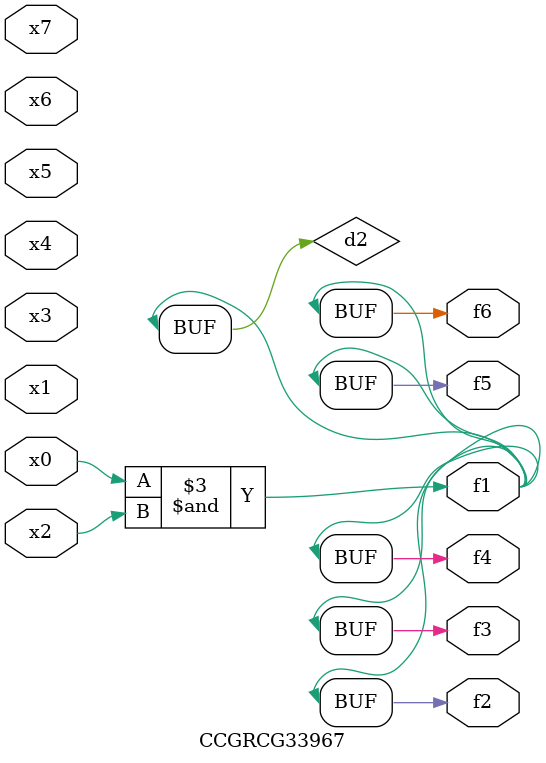
<source format=v>
module CCGRCG33967(
	input x0, x1, x2, x3, x4, x5, x6, x7,
	output f1, f2, f3, f4, f5, f6
);

	wire d1, d2;

	nor (d1, x3, x6);
	and (d2, x0, x2);
	assign f1 = d2;
	assign f2 = d2;
	assign f3 = d2;
	assign f4 = d2;
	assign f5 = d2;
	assign f6 = d2;
endmodule

</source>
